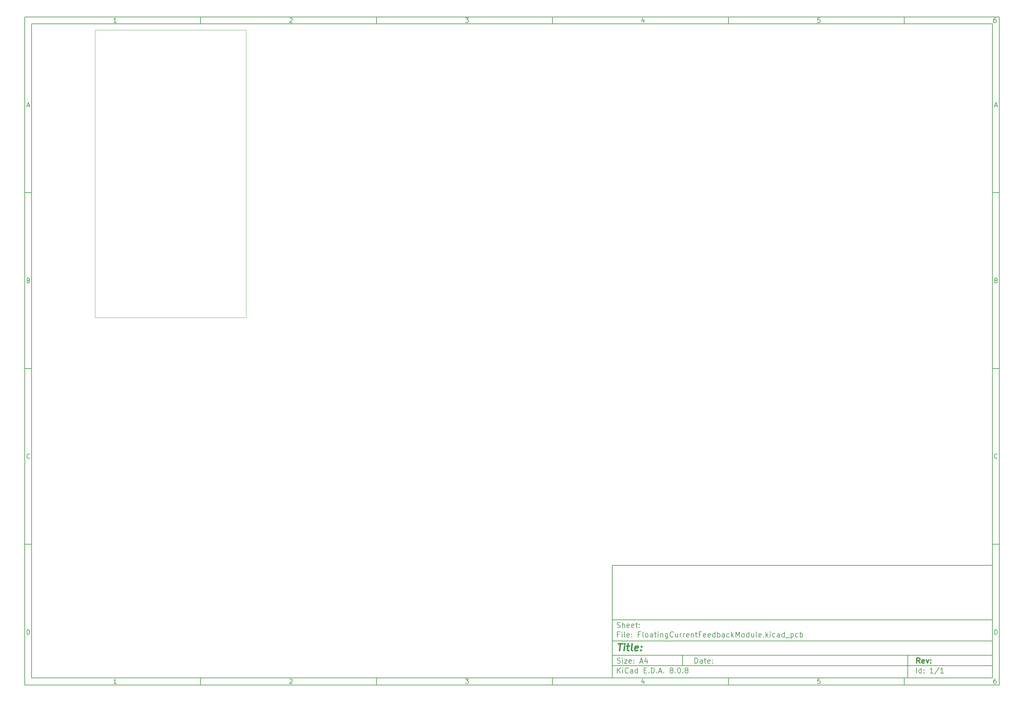
<source format=gbr>
%TF.GenerationSoftware,KiCad,Pcbnew,8.0.8*%
%TF.CreationDate,2025-05-01T12:34:51+01:00*%
%TF.ProjectId,FloatingCurrentFeedbackModule,466c6f61-7469-46e6-9743-757272656e74,rev?*%
%TF.SameCoordinates,Original*%
%TF.FileFunction,Profile,NP*%
%FSLAX46Y46*%
G04 Gerber Fmt 4.6, Leading zero omitted, Abs format (unit mm)*
G04 Created by KiCad (PCBNEW 8.0.8) date 2025-05-01 12:34:51*
%MOMM*%
%LPD*%
G01*
G04 APERTURE LIST*
%ADD10C,0.100000*%
%ADD11C,0.150000*%
%ADD12C,0.300000*%
%ADD13C,0.400000*%
%TA.AperFunction,Profile*%
%ADD14C,0.100000*%
%TD*%
G04 APERTURE END LIST*
D10*
D11*
X177002200Y-166007200D02*
X285002200Y-166007200D01*
X285002200Y-198007200D01*
X177002200Y-198007200D01*
X177002200Y-166007200D01*
D10*
D11*
X10000000Y-10000000D02*
X287002200Y-10000000D01*
X287002200Y-200007200D01*
X10000000Y-200007200D01*
X10000000Y-10000000D01*
D10*
D11*
X12000000Y-12000000D02*
X285002200Y-12000000D01*
X285002200Y-198007200D01*
X12000000Y-198007200D01*
X12000000Y-12000000D01*
D10*
D11*
X60000000Y-12000000D02*
X60000000Y-10000000D01*
D10*
D11*
X110000000Y-12000000D02*
X110000000Y-10000000D01*
D10*
D11*
X160000000Y-12000000D02*
X160000000Y-10000000D01*
D10*
D11*
X210000000Y-12000000D02*
X210000000Y-10000000D01*
D10*
D11*
X260000000Y-12000000D02*
X260000000Y-10000000D01*
D10*
D11*
X36089160Y-11593604D02*
X35346303Y-11593604D01*
X35717731Y-11593604D02*
X35717731Y-10293604D01*
X35717731Y-10293604D02*
X35593922Y-10479319D01*
X35593922Y-10479319D02*
X35470112Y-10603128D01*
X35470112Y-10603128D02*
X35346303Y-10665033D01*
D10*
D11*
X85346303Y-10417414D02*
X85408207Y-10355509D01*
X85408207Y-10355509D02*
X85532017Y-10293604D01*
X85532017Y-10293604D02*
X85841541Y-10293604D01*
X85841541Y-10293604D02*
X85965350Y-10355509D01*
X85965350Y-10355509D02*
X86027255Y-10417414D01*
X86027255Y-10417414D02*
X86089160Y-10541223D01*
X86089160Y-10541223D02*
X86089160Y-10665033D01*
X86089160Y-10665033D02*
X86027255Y-10850747D01*
X86027255Y-10850747D02*
X85284398Y-11593604D01*
X85284398Y-11593604D02*
X86089160Y-11593604D01*
D10*
D11*
X135284398Y-10293604D02*
X136089160Y-10293604D01*
X136089160Y-10293604D02*
X135655826Y-10788842D01*
X135655826Y-10788842D02*
X135841541Y-10788842D01*
X135841541Y-10788842D02*
X135965350Y-10850747D01*
X135965350Y-10850747D02*
X136027255Y-10912652D01*
X136027255Y-10912652D02*
X136089160Y-11036461D01*
X136089160Y-11036461D02*
X136089160Y-11345985D01*
X136089160Y-11345985D02*
X136027255Y-11469795D01*
X136027255Y-11469795D02*
X135965350Y-11531700D01*
X135965350Y-11531700D02*
X135841541Y-11593604D01*
X135841541Y-11593604D02*
X135470112Y-11593604D01*
X135470112Y-11593604D02*
X135346303Y-11531700D01*
X135346303Y-11531700D02*
X135284398Y-11469795D01*
D10*
D11*
X185965350Y-10726938D02*
X185965350Y-11593604D01*
X185655826Y-10231700D02*
X185346303Y-11160271D01*
X185346303Y-11160271D02*
X186151064Y-11160271D01*
D10*
D11*
X236027255Y-10293604D02*
X235408207Y-10293604D01*
X235408207Y-10293604D02*
X235346303Y-10912652D01*
X235346303Y-10912652D02*
X235408207Y-10850747D01*
X235408207Y-10850747D02*
X235532017Y-10788842D01*
X235532017Y-10788842D02*
X235841541Y-10788842D01*
X235841541Y-10788842D02*
X235965350Y-10850747D01*
X235965350Y-10850747D02*
X236027255Y-10912652D01*
X236027255Y-10912652D02*
X236089160Y-11036461D01*
X236089160Y-11036461D02*
X236089160Y-11345985D01*
X236089160Y-11345985D02*
X236027255Y-11469795D01*
X236027255Y-11469795D02*
X235965350Y-11531700D01*
X235965350Y-11531700D02*
X235841541Y-11593604D01*
X235841541Y-11593604D02*
X235532017Y-11593604D01*
X235532017Y-11593604D02*
X235408207Y-11531700D01*
X235408207Y-11531700D02*
X235346303Y-11469795D01*
D10*
D11*
X285965350Y-10293604D02*
X285717731Y-10293604D01*
X285717731Y-10293604D02*
X285593922Y-10355509D01*
X285593922Y-10355509D02*
X285532017Y-10417414D01*
X285532017Y-10417414D02*
X285408207Y-10603128D01*
X285408207Y-10603128D02*
X285346303Y-10850747D01*
X285346303Y-10850747D02*
X285346303Y-11345985D01*
X285346303Y-11345985D02*
X285408207Y-11469795D01*
X285408207Y-11469795D02*
X285470112Y-11531700D01*
X285470112Y-11531700D02*
X285593922Y-11593604D01*
X285593922Y-11593604D02*
X285841541Y-11593604D01*
X285841541Y-11593604D02*
X285965350Y-11531700D01*
X285965350Y-11531700D02*
X286027255Y-11469795D01*
X286027255Y-11469795D02*
X286089160Y-11345985D01*
X286089160Y-11345985D02*
X286089160Y-11036461D01*
X286089160Y-11036461D02*
X286027255Y-10912652D01*
X286027255Y-10912652D02*
X285965350Y-10850747D01*
X285965350Y-10850747D02*
X285841541Y-10788842D01*
X285841541Y-10788842D02*
X285593922Y-10788842D01*
X285593922Y-10788842D02*
X285470112Y-10850747D01*
X285470112Y-10850747D02*
X285408207Y-10912652D01*
X285408207Y-10912652D02*
X285346303Y-11036461D01*
D10*
D11*
X60000000Y-198007200D02*
X60000000Y-200007200D01*
D10*
D11*
X110000000Y-198007200D02*
X110000000Y-200007200D01*
D10*
D11*
X160000000Y-198007200D02*
X160000000Y-200007200D01*
D10*
D11*
X210000000Y-198007200D02*
X210000000Y-200007200D01*
D10*
D11*
X260000000Y-198007200D02*
X260000000Y-200007200D01*
D10*
D11*
X36089160Y-199600804D02*
X35346303Y-199600804D01*
X35717731Y-199600804D02*
X35717731Y-198300804D01*
X35717731Y-198300804D02*
X35593922Y-198486519D01*
X35593922Y-198486519D02*
X35470112Y-198610328D01*
X35470112Y-198610328D02*
X35346303Y-198672233D01*
D10*
D11*
X85346303Y-198424614D02*
X85408207Y-198362709D01*
X85408207Y-198362709D02*
X85532017Y-198300804D01*
X85532017Y-198300804D02*
X85841541Y-198300804D01*
X85841541Y-198300804D02*
X85965350Y-198362709D01*
X85965350Y-198362709D02*
X86027255Y-198424614D01*
X86027255Y-198424614D02*
X86089160Y-198548423D01*
X86089160Y-198548423D02*
X86089160Y-198672233D01*
X86089160Y-198672233D02*
X86027255Y-198857947D01*
X86027255Y-198857947D02*
X85284398Y-199600804D01*
X85284398Y-199600804D02*
X86089160Y-199600804D01*
D10*
D11*
X135284398Y-198300804D02*
X136089160Y-198300804D01*
X136089160Y-198300804D02*
X135655826Y-198796042D01*
X135655826Y-198796042D02*
X135841541Y-198796042D01*
X135841541Y-198796042D02*
X135965350Y-198857947D01*
X135965350Y-198857947D02*
X136027255Y-198919852D01*
X136027255Y-198919852D02*
X136089160Y-199043661D01*
X136089160Y-199043661D02*
X136089160Y-199353185D01*
X136089160Y-199353185D02*
X136027255Y-199476995D01*
X136027255Y-199476995D02*
X135965350Y-199538900D01*
X135965350Y-199538900D02*
X135841541Y-199600804D01*
X135841541Y-199600804D02*
X135470112Y-199600804D01*
X135470112Y-199600804D02*
X135346303Y-199538900D01*
X135346303Y-199538900D02*
X135284398Y-199476995D01*
D10*
D11*
X185965350Y-198734138D02*
X185965350Y-199600804D01*
X185655826Y-198238900D02*
X185346303Y-199167471D01*
X185346303Y-199167471D02*
X186151064Y-199167471D01*
D10*
D11*
X236027255Y-198300804D02*
X235408207Y-198300804D01*
X235408207Y-198300804D02*
X235346303Y-198919852D01*
X235346303Y-198919852D02*
X235408207Y-198857947D01*
X235408207Y-198857947D02*
X235532017Y-198796042D01*
X235532017Y-198796042D02*
X235841541Y-198796042D01*
X235841541Y-198796042D02*
X235965350Y-198857947D01*
X235965350Y-198857947D02*
X236027255Y-198919852D01*
X236027255Y-198919852D02*
X236089160Y-199043661D01*
X236089160Y-199043661D02*
X236089160Y-199353185D01*
X236089160Y-199353185D02*
X236027255Y-199476995D01*
X236027255Y-199476995D02*
X235965350Y-199538900D01*
X235965350Y-199538900D02*
X235841541Y-199600804D01*
X235841541Y-199600804D02*
X235532017Y-199600804D01*
X235532017Y-199600804D02*
X235408207Y-199538900D01*
X235408207Y-199538900D02*
X235346303Y-199476995D01*
D10*
D11*
X285965350Y-198300804D02*
X285717731Y-198300804D01*
X285717731Y-198300804D02*
X285593922Y-198362709D01*
X285593922Y-198362709D02*
X285532017Y-198424614D01*
X285532017Y-198424614D02*
X285408207Y-198610328D01*
X285408207Y-198610328D02*
X285346303Y-198857947D01*
X285346303Y-198857947D02*
X285346303Y-199353185D01*
X285346303Y-199353185D02*
X285408207Y-199476995D01*
X285408207Y-199476995D02*
X285470112Y-199538900D01*
X285470112Y-199538900D02*
X285593922Y-199600804D01*
X285593922Y-199600804D02*
X285841541Y-199600804D01*
X285841541Y-199600804D02*
X285965350Y-199538900D01*
X285965350Y-199538900D02*
X286027255Y-199476995D01*
X286027255Y-199476995D02*
X286089160Y-199353185D01*
X286089160Y-199353185D02*
X286089160Y-199043661D01*
X286089160Y-199043661D02*
X286027255Y-198919852D01*
X286027255Y-198919852D02*
X285965350Y-198857947D01*
X285965350Y-198857947D02*
X285841541Y-198796042D01*
X285841541Y-198796042D02*
X285593922Y-198796042D01*
X285593922Y-198796042D02*
X285470112Y-198857947D01*
X285470112Y-198857947D02*
X285408207Y-198919852D01*
X285408207Y-198919852D02*
X285346303Y-199043661D01*
D10*
D11*
X10000000Y-60000000D02*
X12000000Y-60000000D01*
D10*
D11*
X10000000Y-110000000D02*
X12000000Y-110000000D01*
D10*
D11*
X10000000Y-160000000D02*
X12000000Y-160000000D01*
D10*
D11*
X10690476Y-35222176D02*
X11309523Y-35222176D01*
X10566666Y-35593604D02*
X10999999Y-34293604D01*
X10999999Y-34293604D02*
X11433333Y-35593604D01*
D10*
D11*
X11092857Y-84912652D02*
X11278571Y-84974557D01*
X11278571Y-84974557D02*
X11340476Y-85036461D01*
X11340476Y-85036461D02*
X11402380Y-85160271D01*
X11402380Y-85160271D02*
X11402380Y-85345985D01*
X11402380Y-85345985D02*
X11340476Y-85469795D01*
X11340476Y-85469795D02*
X11278571Y-85531700D01*
X11278571Y-85531700D02*
X11154761Y-85593604D01*
X11154761Y-85593604D02*
X10659523Y-85593604D01*
X10659523Y-85593604D02*
X10659523Y-84293604D01*
X10659523Y-84293604D02*
X11092857Y-84293604D01*
X11092857Y-84293604D02*
X11216666Y-84355509D01*
X11216666Y-84355509D02*
X11278571Y-84417414D01*
X11278571Y-84417414D02*
X11340476Y-84541223D01*
X11340476Y-84541223D02*
X11340476Y-84665033D01*
X11340476Y-84665033D02*
X11278571Y-84788842D01*
X11278571Y-84788842D02*
X11216666Y-84850747D01*
X11216666Y-84850747D02*
X11092857Y-84912652D01*
X11092857Y-84912652D02*
X10659523Y-84912652D01*
D10*
D11*
X11402380Y-135469795D02*
X11340476Y-135531700D01*
X11340476Y-135531700D02*
X11154761Y-135593604D01*
X11154761Y-135593604D02*
X11030952Y-135593604D01*
X11030952Y-135593604D02*
X10845238Y-135531700D01*
X10845238Y-135531700D02*
X10721428Y-135407890D01*
X10721428Y-135407890D02*
X10659523Y-135284080D01*
X10659523Y-135284080D02*
X10597619Y-135036461D01*
X10597619Y-135036461D02*
X10597619Y-134850747D01*
X10597619Y-134850747D02*
X10659523Y-134603128D01*
X10659523Y-134603128D02*
X10721428Y-134479319D01*
X10721428Y-134479319D02*
X10845238Y-134355509D01*
X10845238Y-134355509D02*
X11030952Y-134293604D01*
X11030952Y-134293604D02*
X11154761Y-134293604D01*
X11154761Y-134293604D02*
X11340476Y-134355509D01*
X11340476Y-134355509D02*
X11402380Y-134417414D01*
D10*
D11*
X10659523Y-185593604D02*
X10659523Y-184293604D01*
X10659523Y-184293604D02*
X10969047Y-184293604D01*
X10969047Y-184293604D02*
X11154761Y-184355509D01*
X11154761Y-184355509D02*
X11278571Y-184479319D01*
X11278571Y-184479319D02*
X11340476Y-184603128D01*
X11340476Y-184603128D02*
X11402380Y-184850747D01*
X11402380Y-184850747D02*
X11402380Y-185036461D01*
X11402380Y-185036461D02*
X11340476Y-185284080D01*
X11340476Y-185284080D02*
X11278571Y-185407890D01*
X11278571Y-185407890D02*
X11154761Y-185531700D01*
X11154761Y-185531700D02*
X10969047Y-185593604D01*
X10969047Y-185593604D02*
X10659523Y-185593604D01*
D10*
D11*
X287002200Y-60000000D02*
X285002200Y-60000000D01*
D10*
D11*
X287002200Y-110000000D02*
X285002200Y-110000000D01*
D10*
D11*
X287002200Y-160000000D02*
X285002200Y-160000000D01*
D10*
D11*
X285692676Y-35222176D02*
X286311723Y-35222176D01*
X285568866Y-35593604D02*
X286002199Y-34293604D01*
X286002199Y-34293604D02*
X286435533Y-35593604D01*
D10*
D11*
X286095057Y-84912652D02*
X286280771Y-84974557D01*
X286280771Y-84974557D02*
X286342676Y-85036461D01*
X286342676Y-85036461D02*
X286404580Y-85160271D01*
X286404580Y-85160271D02*
X286404580Y-85345985D01*
X286404580Y-85345985D02*
X286342676Y-85469795D01*
X286342676Y-85469795D02*
X286280771Y-85531700D01*
X286280771Y-85531700D02*
X286156961Y-85593604D01*
X286156961Y-85593604D02*
X285661723Y-85593604D01*
X285661723Y-85593604D02*
X285661723Y-84293604D01*
X285661723Y-84293604D02*
X286095057Y-84293604D01*
X286095057Y-84293604D02*
X286218866Y-84355509D01*
X286218866Y-84355509D02*
X286280771Y-84417414D01*
X286280771Y-84417414D02*
X286342676Y-84541223D01*
X286342676Y-84541223D02*
X286342676Y-84665033D01*
X286342676Y-84665033D02*
X286280771Y-84788842D01*
X286280771Y-84788842D02*
X286218866Y-84850747D01*
X286218866Y-84850747D02*
X286095057Y-84912652D01*
X286095057Y-84912652D02*
X285661723Y-84912652D01*
D10*
D11*
X286404580Y-135469795D02*
X286342676Y-135531700D01*
X286342676Y-135531700D02*
X286156961Y-135593604D01*
X286156961Y-135593604D02*
X286033152Y-135593604D01*
X286033152Y-135593604D02*
X285847438Y-135531700D01*
X285847438Y-135531700D02*
X285723628Y-135407890D01*
X285723628Y-135407890D02*
X285661723Y-135284080D01*
X285661723Y-135284080D02*
X285599819Y-135036461D01*
X285599819Y-135036461D02*
X285599819Y-134850747D01*
X285599819Y-134850747D02*
X285661723Y-134603128D01*
X285661723Y-134603128D02*
X285723628Y-134479319D01*
X285723628Y-134479319D02*
X285847438Y-134355509D01*
X285847438Y-134355509D02*
X286033152Y-134293604D01*
X286033152Y-134293604D02*
X286156961Y-134293604D01*
X286156961Y-134293604D02*
X286342676Y-134355509D01*
X286342676Y-134355509D02*
X286404580Y-134417414D01*
D10*
D11*
X285661723Y-185593604D02*
X285661723Y-184293604D01*
X285661723Y-184293604D02*
X285971247Y-184293604D01*
X285971247Y-184293604D02*
X286156961Y-184355509D01*
X286156961Y-184355509D02*
X286280771Y-184479319D01*
X286280771Y-184479319D02*
X286342676Y-184603128D01*
X286342676Y-184603128D02*
X286404580Y-184850747D01*
X286404580Y-184850747D02*
X286404580Y-185036461D01*
X286404580Y-185036461D02*
X286342676Y-185284080D01*
X286342676Y-185284080D02*
X286280771Y-185407890D01*
X286280771Y-185407890D02*
X286156961Y-185531700D01*
X286156961Y-185531700D02*
X285971247Y-185593604D01*
X285971247Y-185593604D02*
X285661723Y-185593604D01*
D10*
D11*
X200458026Y-193793328D02*
X200458026Y-192293328D01*
X200458026Y-192293328D02*
X200815169Y-192293328D01*
X200815169Y-192293328D02*
X201029455Y-192364757D01*
X201029455Y-192364757D02*
X201172312Y-192507614D01*
X201172312Y-192507614D02*
X201243741Y-192650471D01*
X201243741Y-192650471D02*
X201315169Y-192936185D01*
X201315169Y-192936185D02*
X201315169Y-193150471D01*
X201315169Y-193150471D02*
X201243741Y-193436185D01*
X201243741Y-193436185D02*
X201172312Y-193579042D01*
X201172312Y-193579042D02*
X201029455Y-193721900D01*
X201029455Y-193721900D02*
X200815169Y-193793328D01*
X200815169Y-193793328D02*
X200458026Y-193793328D01*
X202600884Y-193793328D02*
X202600884Y-193007614D01*
X202600884Y-193007614D02*
X202529455Y-192864757D01*
X202529455Y-192864757D02*
X202386598Y-192793328D01*
X202386598Y-192793328D02*
X202100884Y-192793328D01*
X202100884Y-192793328D02*
X201958026Y-192864757D01*
X202600884Y-193721900D02*
X202458026Y-193793328D01*
X202458026Y-193793328D02*
X202100884Y-193793328D01*
X202100884Y-193793328D02*
X201958026Y-193721900D01*
X201958026Y-193721900D02*
X201886598Y-193579042D01*
X201886598Y-193579042D02*
X201886598Y-193436185D01*
X201886598Y-193436185D02*
X201958026Y-193293328D01*
X201958026Y-193293328D02*
X202100884Y-193221900D01*
X202100884Y-193221900D02*
X202458026Y-193221900D01*
X202458026Y-193221900D02*
X202600884Y-193150471D01*
X203100884Y-192793328D02*
X203672312Y-192793328D01*
X203315169Y-192293328D02*
X203315169Y-193579042D01*
X203315169Y-193579042D02*
X203386598Y-193721900D01*
X203386598Y-193721900D02*
X203529455Y-193793328D01*
X203529455Y-193793328D02*
X203672312Y-193793328D01*
X204743741Y-193721900D02*
X204600884Y-193793328D01*
X204600884Y-193793328D02*
X204315170Y-193793328D01*
X204315170Y-193793328D02*
X204172312Y-193721900D01*
X204172312Y-193721900D02*
X204100884Y-193579042D01*
X204100884Y-193579042D02*
X204100884Y-193007614D01*
X204100884Y-193007614D02*
X204172312Y-192864757D01*
X204172312Y-192864757D02*
X204315170Y-192793328D01*
X204315170Y-192793328D02*
X204600884Y-192793328D01*
X204600884Y-192793328D02*
X204743741Y-192864757D01*
X204743741Y-192864757D02*
X204815170Y-193007614D01*
X204815170Y-193007614D02*
X204815170Y-193150471D01*
X204815170Y-193150471D02*
X204100884Y-193293328D01*
X205458026Y-193650471D02*
X205529455Y-193721900D01*
X205529455Y-193721900D02*
X205458026Y-193793328D01*
X205458026Y-193793328D02*
X205386598Y-193721900D01*
X205386598Y-193721900D02*
X205458026Y-193650471D01*
X205458026Y-193650471D02*
X205458026Y-193793328D01*
X205458026Y-192864757D02*
X205529455Y-192936185D01*
X205529455Y-192936185D02*
X205458026Y-193007614D01*
X205458026Y-193007614D02*
X205386598Y-192936185D01*
X205386598Y-192936185D02*
X205458026Y-192864757D01*
X205458026Y-192864757D02*
X205458026Y-193007614D01*
D10*
D11*
X177002200Y-194507200D02*
X285002200Y-194507200D01*
D10*
D11*
X178458026Y-196593328D02*
X178458026Y-195093328D01*
X179315169Y-196593328D02*
X178672312Y-195736185D01*
X179315169Y-195093328D02*
X178458026Y-195950471D01*
X179958026Y-196593328D02*
X179958026Y-195593328D01*
X179958026Y-195093328D02*
X179886598Y-195164757D01*
X179886598Y-195164757D02*
X179958026Y-195236185D01*
X179958026Y-195236185D02*
X180029455Y-195164757D01*
X180029455Y-195164757D02*
X179958026Y-195093328D01*
X179958026Y-195093328D02*
X179958026Y-195236185D01*
X181529455Y-196450471D02*
X181458027Y-196521900D01*
X181458027Y-196521900D02*
X181243741Y-196593328D01*
X181243741Y-196593328D02*
X181100884Y-196593328D01*
X181100884Y-196593328D02*
X180886598Y-196521900D01*
X180886598Y-196521900D02*
X180743741Y-196379042D01*
X180743741Y-196379042D02*
X180672312Y-196236185D01*
X180672312Y-196236185D02*
X180600884Y-195950471D01*
X180600884Y-195950471D02*
X180600884Y-195736185D01*
X180600884Y-195736185D02*
X180672312Y-195450471D01*
X180672312Y-195450471D02*
X180743741Y-195307614D01*
X180743741Y-195307614D02*
X180886598Y-195164757D01*
X180886598Y-195164757D02*
X181100884Y-195093328D01*
X181100884Y-195093328D02*
X181243741Y-195093328D01*
X181243741Y-195093328D02*
X181458027Y-195164757D01*
X181458027Y-195164757D02*
X181529455Y-195236185D01*
X182815170Y-196593328D02*
X182815170Y-195807614D01*
X182815170Y-195807614D02*
X182743741Y-195664757D01*
X182743741Y-195664757D02*
X182600884Y-195593328D01*
X182600884Y-195593328D02*
X182315170Y-195593328D01*
X182315170Y-195593328D02*
X182172312Y-195664757D01*
X182815170Y-196521900D02*
X182672312Y-196593328D01*
X182672312Y-196593328D02*
X182315170Y-196593328D01*
X182315170Y-196593328D02*
X182172312Y-196521900D01*
X182172312Y-196521900D02*
X182100884Y-196379042D01*
X182100884Y-196379042D02*
X182100884Y-196236185D01*
X182100884Y-196236185D02*
X182172312Y-196093328D01*
X182172312Y-196093328D02*
X182315170Y-196021900D01*
X182315170Y-196021900D02*
X182672312Y-196021900D01*
X182672312Y-196021900D02*
X182815170Y-195950471D01*
X184172313Y-196593328D02*
X184172313Y-195093328D01*
X184172313Y-196521900D02*
X184029455Y-196593328D01*
X184029455Y-196593328D02*
X183743741Y-196593328D01*
X183743741Y-196593328D02*
X183600884Y-196521900D01*
X183600884Y-196521900D02*
X183529455Y-196450471D01*
X183529455Y-196450471D02*
X183458027Y-196307614D01*
X183458027Y-196307614D02*
X183458027Y-195879042D01*
X183458027Y-195879042D02*
X183529455Y-195736185D01*
X183529455Y-195736185D02*
X183600884Y-195664757D01*
X183600884Y-195664757D02*
X183743741Y-195593328D01*
X183743741Y-195593328D02*
X184029455Y-195593328D01*
X184029455Y-195593328D02*
X184172313Y-195664757D01*
X186029455Y-195807614D02*
X186529455Y-195807614D01*
X186743741Y-196593328D02*
X186029455Y-196593328D01*
X186029455Y-196593328D02*
X186029455Y-195093328D01*
X186029455Y-195093328D02*
X186743741Y-195093328D01*
X187386598Y-196450471D02*
X187458027Y-196521900D01*
X187458027Y-196521900D02*
X187386598Y-196593328D01*
X187386598Y-196593328D02*
X187315170Y-196521900D01*
X187315170Y-196521900D02*
X187386598Y-196450471D01*
X187386598Y-196450471D02*
X187386598Y-196593328D01*
X188100884Y-196593328D02*
X188100884Y-195093328D01*
X188100884Y-195093328D02*
X188458027Y-195093328D01*
X188458027Y-195093328D02*
X188672313Y-195164757D01*
X188672313Y-195164757D02*
X188815170Y-195307614D01*
X188815170Y-195307614D02*
X188886599Y-195450471D01*
X188886599Y-195450471D02*
X188958027Y-195736185D01*
X188958027Y-195736185D02*
X188958027Y-195950471D01*
X188958027Y-195950471D02*
X188886599Y-196236185D01*
X188886599Y-196236185D02*
X188815170Y-196379042D01*
X188815170Y-196379042D02*
X188672313Y-196521900D01*
X188672313Y-196521900D02*
X188458027Y-196593328D01*
X188458027Y-196593328D02*
X188100884Y-196593328D01*
X189600884Y-196450471D02*
X189672313Y-196521900D01*
X189672313Y-196521900D02*
X189600884Y-196593328D01*
X189600884Y-196593328D02*
X189529456Y-196521900D01*
X189529456Y-196521900D02*
X189600884Y-196450471D01*
X189600884Y-196450471D02*
X189600884Y-196593328D01*
X190243742Y-196164757D02*
X190958028Y-196164757D01*
X190100885Y-196593328D02*
X190600885Y-195093328D01*
X190600885Y-195093328D02*
X191100885Y-196593328D01*
X191600884Y-196450471D02*
X191672313Y-196521900D01*
X191672313Y-196521900D02*
X191600884Y-196593328D01*
X191600884Y-196593328D02*
X191529456Y-196521900D01*
X191529456Y-196521900D02*
X191600884Y-196450471D01*
X191600884Y-196450471D02*
X191600884Y-196593328D01*
X193672313Y-195736185D02*
X193529456Y-195664757D01*
X193529456Y-195664757D02*
X193458027Y-195593328D01*
X193458027Y-195593328D02*
X193386599Y-195450471D01*
X193386599Y-195450471D02*
X193386599Y-195379042D01*
X193386599Y-195379042D02*
X193458027Y-195236185D01*
X193458027Y-195236185D02*
X193529456Y-195164757D01*
X193529456Y-195164757D02*
X193672313Y-195093328D01*
X193672313Y-195093328D02*
X193958027Y-195093328D01*
X193958027Y-195093328D02*
X194100885Y-195164757D01*
X194100885Y-195164757D02*
X194172313Y-195236185D01*
X194172313Y-195236185D02*
X194243742Y-195379042D01*
X194243742Y-195379042D02*
X194243742Y-195450471D01*
X194243742Y-195450471D02*
X194172313Y-195593328D01*
X194172313Y-195593328D02*
X194100885Y-195664757D01*
X194100885Y-195664757D02*
X193958027Y-195736185D01*
X193958027Y-195736185D02*
X193672313Y-195736185D01*
X193672313Y-195736185D02*
X193529456Y-195807614D01*
X193529456Y-195807614D02*
X193458027Y-195879042D01*
X193458027Y-195879042D02*
X193386599Y-196021900D01*
X193386599Y-196021900D02*
X193386599Y-196307614D01*
X193386599Y-196307614D02*
X193458027Y-196450471D01*
X193458027Y-196450471D02*
X193529456Y-196521900D01*
X193529456Y-196521900D02*
X193672313Y-196593328D01*
X193672313Y-196593328D02*
X193958027Y-196593328D01*
X193958027Y-196593328D02*
X194100885Y-196521900D01*
X194100885Y-196521900D02*
X194172313Y-196450471D01*
X194172313Y-196450471D02*
X194243742Y-196307614D01*
X194243742Y-196307614D02*
X194243742Y-196021900D01*
X194243742Y-196021900D02*
X194172313Y-195879042D01*
X194172313Y-195879042D02*
X194100885Y-195807614D01*
X194100885Y-195807614D02*
X193958027Y-195736185D01*
X194886598Y-196450471D02*
X194958027Y-196521900D01*
X194958027Y-196521900D02*
X194886598Y-196593328D01*
X194886598Y-196593328D02*
X194815170Y-196521900D01*
X194815170Y-196521900D02*
X194886598Y-196450471D01*
X194886598Y-196450471D02*
X194886598Y-196593328D01*
X195886599Y-195093328D02*
X196029456Y-195093328D01*
X196029456Y-195093328D02*
X196172313Y-195164757D01*
X196172313Y-195164757D02*
X196243742Y-195236185D01*
X196243742Y-195236185D02*
X196315170Y-195379042D01*
X196315170Y-195379042D02*
X196386599Y-195664757D01*
X196386599Y-195664757D02*
X196386599Y-196021900D01*
X196386599Y-196021900D02*
X196315170Y-196307614D01*
X196315170Y-196307614D02*
X196243742Y-196450471D01*
X196243742Y-196450471D02*
X196172313Y-196521900D01*
X196172313Y-196521900D02*
X196029456Y-196593328D01*
X196029456Y-196593328D02*
X195886599Y-196593328D01*
X195886599Y-196593328D02*
X195743742Y-196521900D01*
X195743742Y-196521900D02*
X195672313Y-196450471D01*
X195672313Y-196450471D02*
X195600884Y-196307614D01*
X195600884Y-196307614D02*
X195529456Y-196021900D01*
X195529456Y-196021900D02*
X195529456Y-195664757D01*
X195529456Y-195664757D02*
X195600884Y-195379042D01*
X195600884Y-195379042D02*
X195672313Y-195236185D01*
X195672313Y-195236185D02*
X195743742Y-195164757D01*
X195743742Y-195164757D02*
X195886599Y-195093328D01*
X197029455Y-196450471D02*
X197100884Y-196521900D01*
X197100884Y-196521900D02*
X197029455Y-196593328D01*
X197029455Y-196593328D02*
X196958027Y-196521900D01*
X196958027Y-196521900D02*
X197029455Y-196450471D01*
X197029455Y-196450471D02*
X197029455Y-196593328D01*
X197958027Y-195736185D02*
X197815170Y-195664757D01*
X197815170Y-195664757D02*
X197743741Y-195593328D01*
X197743741Y-195593328D02*
X197672313Y-195450471D01*
X197672313Y-195450471D02*
X197672313Y-195379042D01*
X197672313Y-195379042D02*
X197743741Y-195236185D01*
X197743741Y-195236185D02*
X197815170Y-195164757D01*
X197815170Y-195164757D02*
X197958027Y-195093328D01*
X197958027Y-195093328D02*
X198243741Y-195093328D01*
X198243741Y-195093328D02*
X198386599Y-195164757D01*
X198386599Y-195164757D02*
X198458027Y-195236185D01*
X198458027Y-195236185D02*
X198529456Y-195379042D01*
X198529456Y-195379042D02*
X198529456Y-195450471D01*
X198529456Y-195450471D02*
X198458027Y-195593328D01*
X198458027Y-195593328D02*
X198386599Y-195664757D01*
X198386599Y-195664757D02*
X198243741Y-195736185D01*
X198243741Y-195736185D02*
X197958027Y-195736185D01*
X197958027Y-195736185D02*
X197815170Y-195807614D01*
X197815170Y-195807614D02*
X197743741Y-195879042D01*
X197743741Y-195879042D02*
X197672313Y-196021900D01*
X197672313Y-196021900D02*
X197672313Y-196307614D01*
X197672313Y-196307614D02*
X197743741Y-196450471D01*
X197743741Y-196450471D02*
X197815170Y-196521900D01*
X197815170Y-196521900D02*
X197958027Y-196593328D01*
X197958027Y-196593328D02*
X198243741Y-196593328D01*
X198243741Y-196593328D02*
X198386599Y-196521900D01*
X198386599Y-196521900D02*
X198458027Y-196450471D01*
X198458027Y-196450471D02*
X198529456Y-196307614D01*
X198529456Y-196307614D02*
X198529456Y-196021900D01*
X198529456Y-196021900D02*
X198458027Y-195879042D01*
X198458027Y-195879042D02*
X198386599Y-195807614D01*
X198386599Y-195807614D02*
X198243741Y-195736185D01*
D10*
D11*
X177002200Y-191507200D02*
X285002200Y-191507200D01*
D10*
D12*
X264413853Y-193785528D02*
X263913853Y-193071242D01*
X263556710Y-193785528D02*
X263556710Y-192285528D01*
X263556710Y-192285528D02*
X264128139Y-192285528D01*
X264128139Y-192285528D02*
X264270996Y-192356957D01*
X264270996Y-192356957D02*
X264342425Y-192428385D01*
X264342425Y-192428385D02*
X264413853Y-192571242D01*
X264413853Y-192571242D02*
X264413853Y-192785528D01*
X264413853Y-192785528D02*
X264342425Y-192928385D01*
X264342425Y-192928385D02*
X264270996Y-192999814D01*
X264270996Y-192999814D02*
X264128139Y-193071242D01*
X264128139Y-193071242D02*
X263556710Y-193071242D01*
X265628139Y-193714100D02*
X265485282Y-193785528D01*
X265485282Y-193785528D02*
X265199568Y-193785528D01*
X265199568Y-193785528D02*
X265056710Y-193714100D01*
X265056710Y-193714100D02*
X264985282Y-193571242D01*
X264985282Y-193571242D02*
X264985282Y-192999814D01*
X264985282Y-192999814D02*
X265056710Y-192856957D01*
X265056710Y-192856957D02*
X265199568Y-192785528D01*
X265199568Y-192785528D02*
X265485282Y-192785528D01*
X265485282Y-192785528D02*
X265628139Y-192856957D01*
X265628139Y-192856957D02*
X265699568Y-192999814D01*
X265699568Y-192999814D02*
X265699568Y-193142671D01*
X265699568Y-193142671D02*
X264985282Y-193285528D01*
X266199567Y-192785528D02*
X266556710Y-193785528D01*
X266556710Y-193785528D02*
X266913853Y-192785528D01*
X267485281Y-193642671D02*
X267556710Y-193714100D01*
X267556710Y-193714100D02*
X267485281Y-193785528D01*
X267485281Y-193785528D02*
X267413853Y-193714100D01*
X267413853Y-193714100D02*
X267485281Y-193642671D01*
X267485281Y-193642671D02*
X267485281Y-193785528D01*
X267485281Y-192856957D02*
X267556710Y-192928385D01*
X267556710Y-192928385D02*
X267485281Y-192999814D01*
X267485281Y-192999814D02*
X267413853Y-192928385D01*
X267413853Y-192928385D02*
X267485281Y-192856957D01*
X267485281Y-192856957D02*
X267485281Y-192999814D01*
D10*
D11*
X178386598Y-193721900D02*
X178600884Y-193793328D01*
X178600884Y-193793328D02*
X178958026Y-193793328D01*
X178958026Y-193793328D02*
X179100884Y-193721900D01*
X179100884Y-193721900D02*
X179172312Y-193650471D01*
X179172312Y-193650471D02*
X179243741Y-193507614D01*
X179243741Y-193507614D02*
X179243741Y-193364757D01*
X179243741Y-193364757D02*
X179172312Y-193221900D01*
X179172312Y-193221900D02*
X179100884Y-193150471D01*
X179100884Y-193150471D02*
X178958026Y-193079042D01*
X178958026Y-193079042D02*
X178672312Y-193007614D01*
X178672312Y-193007614D02*
X178529455Y-192936185D01*
X178529455Y-192936185D02*
X178458026Y-192864757D01*
X178458026Y-192864757D02*
X178386598Y-192721900D01*
X178386598Y-192721900D02*
X178386598Y-192579042D01*
X178386598Y-192579042D02*
X178458026Y-192436185D01*
X178458026Y-192436185D02*
X178529455Y-192364757D01*
X178529455Y-192364757D02*
X178672312Y-192293328D01*
X178672312Y-192293328D02*
X179029455Y-192293328D01*
X179029455Y-192293328D02*
X179243741Y-192364757D01*
X179886597Y-193793328D02*
X179886597Y-192793328D01*
X179886597Y-192293328D02*
X179815169Y-192364757D01*
X179815169Y-192364757D02*
X179886597Y-192436185D01*
X179886597Y-192436185D02*
X179958026Y-192364757D01*
X179958026Y-192364757D02*
X179886597Y-192293328D01*
X179886597Y-192293328D02*
X179886597Y-192436185D01*
X180458026Y-192793328D02*
X181243741Y-192793328D01*
X181243741Y-192793328D02*
X180458026Y-193793328D01*
X180458026Y-193793328D02*
X181243741Y-193793328D01*
X182386598Y-193721900D02*
X182243741Y-193793328D01*
X182243741Y-193793328D02*
X181958027Y-193793328D01*
X181958027Y-193793328D02*
X181815169Y-193721900D01*
X181815169Y-193721900D02*
X181743741Y-193579042D01*
X181743741Y-193579042D02*
X181743741Y-193007614D01*
X181743741Y-193007614D02*
X181815169Y-192864757D01*
X181815169Y-192864757D02*
X181958027Y-192793328D01*
X181958027Y-192793328D02*
X182243741Y-192793328D01*
X182243741Y-192793328D02*
X182386598Y-192864757D01*
X182386598Y-192864757D02*
X182458027Y-193007614D01*
X182458027Y-193007614D02*
X182458027Y-193150471D01*
X182458027Y-193150471D02*
X181743741Y-193293328D01*
X183100883Y-193650471D02*
X183172312Y-193721900D01*
X183172312Y-193721900D02*
X183100883Y-193793328D01*
X183100883Y-193793328D02*
X183029455Y-193721900D01*
X183029455Y-193721900D02*
X183100883Y-193650471D01*
X183100883Y-193650471D02*
X183100883Y-193793328D01*
X183100883Y-192864757D02*
X183172312Y-192936185D01*
X183172312Y-192936185D02*
X183100883Y-193007614D01*
X183100883Y-193007614D02*
X183029455Y-192936185D01*
X183029455Y-192936185D02*
X183100883Y-192864757D01*
X183100883Y-192864757D02*
X183100883Y-193007614D01*
X184886598Y-193364757D02*
X185600884Y-193364757D01*
X184743741Y-193793328D02*
X185243741Y-192293328D01*
X185243741Y-192293328D02*
X185743741Y-193793328D01*
X186886598Y-192793328D02*
X186886598Y-193793328D01*
X186529455Y-192221900D02*
X186172312Y-193293328D01*
X186172312Y-193293328D02*
X187100883Y-193293328D01*
D10*
D11*
X263458026Y-196593328D02*
X263458026Y-195093328D01*
X264815170Y-196593328D02*
X264815170Y-195093328D01*
X264815170Y-196521900D02*
X264672312Y-196593328D01*
X264672312Y-196593328D02*
X264386598Y-196593328D01*
X264386598Y-196593328D02*
X264243741Y-196521900D01*
X264243741Y-196521900D02*
X264172312Y-196450471D01*
X264172312Y-196450471D02*
X264100884Y-196307614D01*
X264100884Y-196307614D02*
X264100884Y-195879042D01*
X264100884Y-195879042D02*
X264172312Y-195736185D01*
X264172312Y-195736185D02*
X264243741Y-195664757D01*
X264243741Y-195664757D02*
X264386598Y-195593328D01*
X264386598Y-195593328D02*
X264672312Y-195593328D01*
X264672312Y-195593328D02*
X264815170Y-195664757D01*
X265529455Y-196450471D02*
X265600884Y-196521900D01*
X265600884Y-196521900D02*
X265529455Y-196593328D01*
X265529455Y-196593328D02*
X265458027Y-196521900D01*
X265458027Y-196521900D02*
X265529455Y-196450471D01*
X265529455Y-196450471D02*
X265529455Y-196593328D01*
X265529455Y-195664757D02*
X265600884Y-195736185D01*
X265600884Y-195736185D02*
X265529455Y-195807614D01*
X265529455Y-195807614D02*
X265458027Y-195736185D01*
X265458027Y-195736185D02*
X265529455Y-195664757D01*
X265529455Y-195664757D02*
X265529455Y-195807614D01*
X268172313Y-196593328D02*
X267315170Y-196593328D01*
X267743741Y-196593328D02*
X267743741Y-195093328D01*
X267743741Y-195093328D02*
X267600884Y-195307614D01*
X267600884Y-195307614D02*
X267458027Y-195450471D01*
X267458027Y-195450471D02*
X267315170Y-195521900D01*
X269886598Y-195021900D02*
X268600884Y-196950471D01*
X271172313Y-196593328D02*
X270315170Y-196593328D01*
X270743741Y-196593328D02*
X270743741Y-195093328D01*
X270743741Y-195093328D02*
X270600884Y-195307614D01*
X270600884Y-195307614D02*
X270458027Y-195450471D01*
X270458027Y-195450471D02*
X270315170Y-195521900D01*
D10*
D11*
X177002200Y-187507200D02*
X285002200Y-187507200D01*
D10*
D13*
X178693928Y-188211638D02*
X179836785Y-188211638D01*
X179015357Y-190211638D02*
X179265357Y-188211638D01*
X180253452Y-190211638D02*
X180420119Y-188878304D01*
X180503452Y-188211638D02*
X180396309Y-188306876D01*
X180396309Y-188306876D02*
X180479643Y-188402114D01*
X180479643Y-188402114D02*
X180586786Y-188306876D01*
X180586786Y-188306876D02*
X180503452Y-188211638D01*
X180503452Y-188211638D02*
X180479643Y-188402114D01*
X181086786Y-188878304D02*
X181848690Y-188878304D01*
X181455833Y-188211638D02*
X181241548Y-189925923D01*
X181241548Y-189925923D02*
X181312976Y-190116400D01*
X181312976Y-190116400D02*
X181491548Y-190211638D01*
X181491548Y-190211638D02*
X181682024Y-190211638D01*
X182634405Y-190211638D02*
X182455833Y-190116400D01*
X182455833Y-190116400D02*
X182384405Y-189925923D01*
X182384405Y-189925923D02*
X182598690Y-188211638D01*
X184170119Y-190116400D02*
X183967738Y-190211638D01*
X183967738Y-190211638D02*
X183586785Y-190211638D01*
X183586785Y-190211638D02*
X183408214Y-190116400D01*
X183408214Y-190116400D02*
X183336785Y-189925923D01*
X183336785Y-189925923D02*
X183432024Y-189164019D01*
X183432024Y-189164019D02*
X183551071Y-188973542D01*
X183551071Y-188973542D02*
X183753452Y-188878304D01*
X183753452Y-188878304D02*
X184134404Y-188878304D01*
X184134404Y-188878304D02*
X184312976Y-188973542D01*
X184312976Y-188973542D02*
X184384404Y-189164019D01*
X184384404Y-189164019D02*
X184360595Y-189354495D01*
X184360595Y-189354495D02*
X183384404Y-189544971D01*
X185134405Y-190021161D02*
X185217738Y-190116400D01*
X185217738Y-190116400D02*
X185110595Y-190211638D01*
X185110595Y-190211638D02*
X185027262Y-190116400D01*
X185027262Y-190116400D02*
X185134405Y-190021161D01*
X185134405Y-190021161D02*
X185110595Y-190211638D01*
X185265357Y-188973542D02*
X185348690Y-189068780D01*
X185348690Y-189068780D02*
X185241548Y-189164019D01*
X185241548Y-189164019D02*
X185158214Y-189068780D01*
X185158214Y-189068780D02*
X185265357Y-188973542D01*
X185265357Y-188973542D02*
X185241548Y-189164019D01*
D10*
D11*
X178958026Y-185607614D02*
X178458026Y-185607614D01*
X178458026Y-186393328D02*
X178458026Y-184893328D01*
X178458026Y-184893328D02*
X179172312Y-184893328D01*
X179743740Y-186393328D02*
X179743740Y-185393328D01*
X179743740Y-184893328D02*
X179672312Y-184964757D01*
X179672312Y-184964757D02*
X179743740Y-185036185D01*
X179743740Y-185036185D02*
X179815169Y-184964757D01*
X179815169Y-184964757D02*
X179743740Y-184893328D01*
X179743740Y-184893328D02*
X179743740Y-185036185D01*
X180672312Y-186393328D02*
X180529455Y-186321900D01*
X180529455Y-186321900D02*
X180458026Y-186179042D01*
X180458026Y-186179042D02*
X180458026Y-184893328D01*
X181815169Y-186321900D02*
X181672312Y-186393328D01*
X181672312Y-186393328D02*
X181386598Y-186393328D01*
X181386598Y-186393328D02*
X181243740Y-186321900D01*
X181243740Y-186321900D02*
X181172312Y-186179042D01*
X181172312Y-186179042D02*
X181172312Y-185607614D01*
X181172312Y-185607614D02*
X181243740Y-185464757D01*
X181243740Y-185464757D02*
X181386598Y-185393328D01*
X181386598Y-185393328D02*
X181672312Y-185393328D01*
X181672312Y-185393328D02*
X181815169Y-185464757D01*
X181815169Y-185464757D02*
X181886598Y-185607614D01*
X181886598Y-185607614D02*
X181886598Y-185750471D01*
X181886598Y-185750471D02*
X181172312Y-185893328D01*
X182529454Y-186250471D02*
X182600883Y-186321900D01*
X182600883Y-186321900D02*
X182529454Y-186393328D01*
X182529454Y-186393328D02*
X182458026Y-186321900D01*
X182458026Y-186321900D02*
X182529454Y-186250471D01*
X182529454Y-186250471D02*
X182529454Y-186393328D01*
X182529454Y-185464757D02*
X182600883Y-185536185D01*
X182600883Y-185536185D02*
X182529454Y-185607614D01*
X182529454Y-185607614D02*
X182458026Y-185536185D01*
X182458026Y-185536185D02*
X182529454Y-185464757D01*
X182529454Y-185464757D02*
X182529454Y-185607614D01*
X184886597Y-185607614D02*
X184386597Y-185607614D01*
X184386597Y-186393328D02*
X184386597Y-184893328D01*
X184386597Y-184893328D02*
X185100883Y-184893328D01*
X185886597Y-186393328D02*
X185743740Y-186321900D01*
X185743740Y-186321900D02*
X185672311Y-186179042D01*
X185672311Y-186179042D02*
X185672311Y-184893328D01*
X186672311Y-186393328D02*
X186529454Y-186321900D01*
X186529454Y-186321900D02*
X186458025Y-186250471D01*
X186458025Y-186250471D02*
X186386597Y-186107614D01*
X186386597Y-186107614D02*
X186386597Y-185679042D01*
X186386597Y-185679042D02*
X186458025Y-185536185D01*
X186458025Y-185536185D02*
X186529454Y-185464757D01*
X186529454Y-185464757D02*
X186672311Y-185393328D01*
X186672311Y-185393328D02*
X186886597Y-185393328D01*
X186886597Y-185393328D02*
X187029454Y-185464757D01*
X187029454Y-185464757D02*
X187100883Y-185536185D01*
X187100883Y-185536185D02*
X187172311Y-185679042D01*
X187172311Y-185679042D02*
X187172311Y-186107614D01*
X187172311Y-186107614D02*
X187100883Y-186250471D01*
X187100883Y-186250471D02*
X187029454Y-186321900D01*
X187029454Y-186321900D02*
X186886597Y-186393328D01*
X186886597Y-186393328D02*
X186672311Y-186393328D01*
X188458026Y-186393328D02*
X188458026Y-185607614D01*
X188458026Y-185607614D02*
X188386597Y-185464757D01*
X188386597Y-185464757D02*
X188243740Y-185393328D01*
X188243740Y-185393328D02*
X187958026Y-185393328D01*
X187958026Y-185393328D02*
X187815168Y-185464757D01*
X188458026Y-186321900D02*
X188315168Y-186393328D01*
X188315168Y-186393328D02*
X187958026Y-186393328D01*
X187958026Y-186393328D02*
X187815168Y-186321900D01*
X187815168Y-186321900D02*
X187743740Y-186179042D01*
X187743740Y-186179042D02*
X187743740Y-186036185D01*
X187743740Y-186036185D02*
X187815168Y-185893328D01*
X187815168Y-185893328D02*
X187958026Y-185821900D01*
X187958026Y-185821900D02*
X188315168Y-185821900D01*
X188315168Y-185821900D02*
X188458026Y-185750471D01*
X188958026Y-185393328D02*
X189529454Y-185393328D01*
X189172311Y-184893328D02*
X189172311Y-186179042D01*
X189172311Y-186179042D02*
X189243740Y-186321900D01*
X189243740Y-186321900D02*
X189386597Y-186393328D01*
X189386597Y-186393328D02*
X189529454Y-186393328D01*
X190029454Y-186393328D02*
X190029454Y-185393328D01*
X190029454Y-184893328D02*
X189958026Y-184964757D01*
X189958026Y-184964757D02*
X190029454Y-185036185D01*
X190029454Y-185036185D02*
X190100883Y-184964757D01*
X190100883Y-184964757D02*
X190029454Y-184893328D01*
X190029454Y-184893328D02*
X190029454Y-185036185D01*
X190743740Y-185393328D02*
X190743740Y-186393328D01*
X190743740Y-185536185D02*
X190815169Y-185464757D01*
X190815169Y-185464757D02*
X190958026Y-185393328D01*
X190958026Y-185393328D02*
X191172312Y-185393328D01*
X191172312Y-185393328D02*
X191315169Y-185464757D01*
X191315169Y-185464757D02*
X191386598Y-185607614D01*
X191386598Y-185607614D02*
X191386598Y-186393328D01*
X192743741Y-185393328D02*
X192743741Y-186607614D01*
X192743741Y-186607614D02*
X192672312Y-186750471D01*
X192672312Y-186750471D02*
X192600883Y-186821900D01*
X192600883Y-186821900D02*
X192458026Y-186893328D01*
X192458026Y-186893328D02*
X192243741Y-186893328D01*
X192243741Y-186893328D02*
X192100883Y-186821900D01*
X192743741Y-186321900D02*
X192600883Y-186393328D01*
X192600883Y-186393328D02*
X192315169Y-186393328D01*
X192315169Y-186393328D02*
X192172312Y-186321900D01*
X192172312Y-186321900D02*
X192100883Y-186250471D01*
X192100883Y-186250471D02*
X192029455Y-186107614D01*
X192029455Y-186107614D02*
X192029455Y-185679042D01*
X192029455Y-185679042D02*
X192100883Y-185536185D01*
X192100883Y-185536185D02*
X192172312Y-185464757D01*
X192172312Y-185464757D02*
X192315169Y-185393328D01*
X192315169Y-185393328D02*
X192600883Y-185393328D01*
X192600883Y-185393328D02*
X192743741Y-185464757D01*
X194315169Y-186250471D02*
X194243741Y-186321900D01*
X194243741Y-186321900D02*
X194029455Y-186393328D01*
X194029455Y-186393328D02*
X193886598Y-186393328D01*
X193886598Y-186393328D02*
X193672312Y-186321900D01*
X193672312Y-186321900D02*
X193529455Y-186179042D01*
X193529455Y-186179042D02*
X193458026Y-186036185D01*
X193458026Y-186036185D02*
X193386598Y-185750471D01*
X193386598Y-185750471D02*
X193386598Y-185536185D01*
X193386598Y-185536185D02*
X193458026Y-185250471D01*
X193458026Y-185250471D02*
X193529455Y-185107614D01*
X193529455Y-185107614D02*
X193672312Y-184964757D01*
X193672312Y-184964757D02*
X193886598Y-184893328D01*
X193886598Y-184893328D02*
X194029455Y-184893328D01*
X194029455Y-184893328D02*
X194243741Y-184964757D01*
X194243741Y-184964757D02*
X194315169Y-185036185D01*
X195600884Y-185393328D02*
X195600884Y-186393328D01*
X194958026Y-185393328D02*
X194958026Y-186179042D01*
X194958026Y-186179042D02*
X195029455Y-186321900D01*
X195029455Y-186321900D02*
X195172312Y-186393328D01*
X195172312Y-186393328D02*
X195386598Y-186393328D01*
X195386598Y-186393328D02*
X195529455Y-186321900D01*
X195529455Y-186321900D02*
X195600884Y-186250471D01*
X196315169Y-186393328D02*
X196315169Y-185393328D01*
X196315169Y-185679042D02*
X196386598Y-185536185D01*
X196386598Y-185536185D02*
X196458027Y-185464757D01*
X196458027Y-185464757D02*
X196600884Y-185393328D01*
X196600884Y-185393328D02*
X196743741Y-185393328D01*
X197243740Y-186393328D02*
X197243740Y-185393328D01*
X197243740Y-185679042D02*
X197315169Y-185536185D01*
X197315169Y-185536185D02*
X197386598Y-185464757D01*
X197386598Y-185464757D02*
X197529455Y-185393328D01*
X197529455Y-185393328D02*
X197672312Y-185393328D01*
X198743740Y-186321900D02*
X198600883Y-186393328D01*
X198600883Y-186393328D02*
X198315169Y-186393328D01*
X198315169Y-186393328D02*
X198172311Y-186321900D01*
X198172311Y-186321900D02*
X198100883Y-186179042D01*
X198100883Y-186179042D02*
X198100883Y-185607614D01*
X198100883Y-185607614D02*
X198172311Y-185464757D01*
X198172311Y-185464757D02*
X198315169Y-185393328D01*
X198315169Y-185393328D02*
X198600883Y-185393328D01*
X198600883Y-185393328D02*
X198743740Y-185464757D01*
X198743740Y-185464757D02*
X198815169Y-185607614D01*
X198815169Y-185607614D02*
X198815169Y-185750471D01*
X198815169Y-185750471D02*
X198100883Y-185893328D01*
X199458025Y-185393328D02*
X199458025Y-186393328D01*
X199458025Y-185536185D02*
X199529454Y-185464757D01*
X199529454Y-185464757D02*
X199672311Y-185393328D01*
X199672311Y-185393328D02*
X199886597Y-185393328D01*
X199886597Y-185393328D02*
X200029454Y-185464757D01*
X200029454Y-185464757D02*
X200100883Y-185607614D01*
X200100883Y-185607614D02*
X200100883Y-186393328D01*
X200600883Y-185393328D02*
X201172311Y-185393328D01*
X200815168Y-184893328D02*
X200815168Y-186179042D01*
X200815168Y-186179042D02*
X200886597Y-186321900D01*
X200886597Y-186321900D02*
X201029454Y-186393328D01*
X201029454Y-186393328D02*
X201172311Y-186393328D01*
X202172311Y-185607614D02*
X201672311Y-185607614D01*
X201672311Y-186393328D02*
X201672311Y-184893328D01*
X201672311Y-184893328D02*
X202386597Y-184893328D01*
X203529454Y-186321900D02*
X203386597Y-186393328D01*
X203386597Y-186393328D02*
X203100883Y-186393328D01*
X203100883Y-186393328D02*
X202958025Y-186321900D01*
X202958025Y-186321900D02*
X202886597Y-186179042D01*
X202886597Y-186179042D02*
X202886597Y-185607614D01*
X202886597Y-185607614D02*
X202958025Y-185464757D01*
X202958025Y-185464757D02*
X203100883Y-185393328D01*
X203100883Y-185393328D02*
X203386597Y-185393328D01*
X203386597Y-185393328D02*
X203529454Y-185464757D01*
X203529454Y-185464757D02*
X203600883Y-185607614D01*
X203600883Y-185607614D02*
X203600883Y-185750471D01*
X203600883Y-185750471D02*
X202886597Y-185893328D01*
X204815168Y-186321900D02*
X204672311Y-186393328D01*
X204672311Y-186393328D02*
X204386597Y-186393328D01*
X204386597Y-186393328D02*
X204243739Y-186321900D01*
X204243739Y-186321900D02*
X204172311Y-186179042D01*
X204172311Y-186179042D02*
X204172311Y-185607614D01*
X204172311Y-185607614D02*
X204243739Y-185464757D01*
X204243739Y-185464757D02*
X204386597Y-185393328D01*
X204386597Y-185393328D02*
X204672311Y-185393328D01*
X204672311Y-185393328D02*
X204815168Y-185464757D01*
X204815168Y-185464757D02*
X204886597Y-185607614D01*
X204886597Y-185607614D02*
X204886597Y-185750471D01*
X204886597Y-185750471D02*
X204172311Y-185893328D01*
X206172311Y-186393328D02*
X206172311Y-184893328D01*
X206172311Y-186321900D02*
X206029453Y-186393328D01*
X206029453Y-186393328D02*
X205743739Y-186393328D01*
X205743739Y-186393328D02*
X205600882Y-186321900D01*
X205600882Y-186321900D02*
X205529453Y-186250471D01*
X205529453Y-186250471D02*
X205458025Y-186107614D01*
X205458025Y-186107614D02*
X205458025Y-185679042D01*
X205458025Y-185679042D02*
X205529453Y-185536185D01*
X205529453Y-185536185D02*
X205600882Y-185464757D01*
X205600882Y-185464757D02*
X205743739Y-185393328D01*
X205743739Y-185393328D02*
X206029453Y-185393328D01*
X206029453Y-185393328D02*
X206172311Y-185464757D01*
X206886596Y-186393328D02*
X206886596Y-184893328D01*
X206886596Y-185464757D02*
X207029454Y-185393328D01*
X207029454Y-185393328D02*
X207315168Y-185393328D01*
X207315168Y-185393328D02*
X207458025Y-185464757D01*
X207458025Y-185464757D02*
X207529454Y-185536185D01*
X207529454Y-185536185D02*
X207600882Y-185679042D01*
X207600882Y-185679042D02*
X207600882Y-186107614D01*
X207600882Y-186107614D02*
X207529454Y-186250471D01*
X207529454Y-186250471D02*
X207458025Y-186321900D01*
X207458025Y-186321900D02*
X207315168Y-186393328D01*
X207315168Y-186393328D02*
X207029454Y-186393328D01*
X207029454Y-186393328D02*
X206886596Y-186321900D01*
X208886597Y-186393328D02*
X208886597Y-185607614D01*
X208886597Y-185607614D02*
X208815168Y-185464757D01*
X208815168Y-185464757D02*
X208672311Y-185393328D01*
X208672311Y-185393328D02*
X208386597Y-185393328D01*
X208386597Y-185393328D02*
X208243739Y-185464757D01*
X208886597Y-186321900D02*
X208743739Y-186393328D01*
X208743739Y-186393328D02*
X208386597Y-186393328D01*
X208386597Y-186393328D02*
X208243739Y-186321900D01*
X208243739Y-186321900D02*
X208172311Y-186179042D01*
X208172311Y-186179042D02*
X208172311Y-186036185D01*
X208172311Y-186036185D02*
X208243739Y-185893328D01*
X208243739Y-185893328D02*
X208386597Y-185821900D01*
X208386597Y-185821900D02*
X208743739Y-185821900D01*
X208743739Y-185821900D02*
X208886597Y-185750471D01*
X210243740Y-186321900D02*
X210100882Y-186393328D01*
X210100882Y-186393328D02*
X209815168Y-186393328D01*
X209815168Y-186393328D02*
X209672311Y-186321900D01*
X209672311Y-186321900D02*
X209600882Y-186250471D01*
X209600882Y-186250471D02*
X209529454Y-186107614D01*
X209529454Y-186107614D02*
X209529454Y-185679042D01*
X209529454Y-185679042D02*
X209600882Y-185536185D01*
X209600882Y-185536185D02*
X209672311Y-185464757D01*
X209672311Y-185464757D02*
X209815168Y-185393328D01*
X209815168Y-185393328D02*
X210100882Y-185393328D01*
X210100882Y-185393328D02*
X210243740Y-185464757D01*
X210886596Y-186393328D02*
X210886596Y-184893328D01*
X211029454Y-185821900D02*
X211458025Y-186393328D01*
X211458025Y-185393328D02*
X210886596Y-185964757D01*
X212100882Y-186393328D02*
X212100882Y-184893328D01*
X212100882Y-184893328D02*
X212600882Y-185964757D01*
X212600882Y-185964757D02*
X213100882Y-184893328D01*
X213100882Y-184893328D02*
X213100882Y-186393328D01*
X214029454Y-186393328D02*
X213886597Y-186321900D01*
X213886597Y-186321900D02*
X213815168Y-186250471D01*
X213815168Y-186250471D02*
X213743740Y-186107614D01*
X213743740Y-186107614D02*
X213743740Y-185679042D01*
X213743740Y-185679042D02*
X213815168Y-185536185D01*
X213815168Y-185536185D02*
X213886597Y-185464757D01*
X213886597Y-185464757D02*
X214029454Y-185393328D01*
X214029454Y-185393328D02*
X214243740Y-185393328D01*
X214243740Y-185393328D02*
X214386597Y-185464757D01*
X214386597Y-185464757D02*
X214458026Y-185536185D01*
X214458026Y-185536185D02*
X214529454Y-185679042D01*
X214529454Y-185679042D02*
X214529454Y-186107614D01*
X214529454Y-186107614D02*
X214458026Y-186250471D01*
X214458026Y-186250471D02*
X214386597Y-186321900D01*
X214386597Y-186321900D02*
X214243740Y-186393328D01*
X214243740Y-186393328D02*
X214029454Y-186393328D01*
X215815169Y-186393328D02*
X215815169Y-184893328D01*
X215815169Y-186321900D02*
X215672311Y-186393328D01*
X215672311Y-186393328D02*
X215386597Y-186393328D01*
X215386597Y-186393328D02*
X215243740Y-186321900D01*
X215243740Y-186321900D02*
X215172311Y-186250471D01*
X215172311Y-186250471D02*
X215100883Y-186107614D01*
X215100883Y-186107614D02*
X215100883Y-185679042D01*
X215100883Y-185679042D02*
X215172311Y-185536185D01*
X215172311Y-185536185D02*
X215243740Y-185464757D01*
X215243740Y-185464757D02*
X215386597Y-185393328D01*
X215386597Y-185393328D02*
X215672311Y-185393328D01*
X215672311Y-185393328D02*
X215815169Y-185464757D01*
X217172312Y-185393328D02*
X217172312Y-186393328D01*
X216529454Y-185393328D02*
X216529454Y-186179042D01*
X216529454Y-186179042D02*
X216600883Y-186321900D01*
X216600883Y-186321900D02*
X216743740Y-186393328D01*
X216743740Y-186393328D02*
X216958026Y-186393328D01*
X216958026Y-186393328D02*
X217100883Y-186321900D01*
X217100883Y-186321900D02*
X217172312Y-186250471D01*
X218100883Y-186393328D02*
X217958026Y-186321900D01*
X217958026Y-186321900D02*
X217886597Y-186179042D01*
X217886597Y-186179042D02*
X217886597Y-184893328D01*
X219243740Y-186321900D02*
X219100883Y-186393328D01*
X219100883Y-186393328D02*
X218815169Y-186393328D01*
X218815169Y-186393328D02*
X218672311Y-186321900D01*
X218672311Y-186321900D02*
X218600883Y-186179042D01*
X218600883Y-186179042D02*
X218600883Y-185607614D01*
X218600883Y-185607614D02*
X218672311Y-185464757D01*
X218672311Y-185464757D02*
X218815169Y-185393328D01*
X218815169Y-185393328D02*
X219100883Y-185393328D01*
X219100883Y-185393328D02*
X219243740Y-185464757D01*
X219243740Y-185464757D02*
X219315169Y-185607614D01*
X219315169Y-185607614D02*
X219315169Y-185750471D01*
X219315169Y-185750471D02*
X218600883Y-185893328D01*
X219958025Y-186250471D02*
X220029454Y-186321900D01*
X220029454Y-186321900D02*
X219958025Y-186393328D01*
X219958025Y-186393328D02*
X219886597Y-186321900D01*
X219886597Y-186321900D02*
X219958025Y-186250471D01*
X219958025Y-186250471D02*
X219958025Y-186393328D01*
X220672311Y-186393328D02*
X220672311Y-184893328D01*
X220815169Y-185821900D02*
X221243740Y-186393328D01*
X221243740Y-185393328D02*
X220672311Y-185964757D01*
X221886597Y-186393328D02*
X221886597Y-185393328D01*
X221886597Y-184893328D02*
X221815169Y-184964757D01*
X221815169Y-184964757D02*
X221886597Y-185036185D01*
X221886597Y-185036185D02*
X221958026Y-184964757D01*
X221958026Y-184964757D02*
X221886597Y-184893328D01*
X221886597Y-184893328D02*
X221886597Y-185036185D01*
X223243741Y-186321900D02*
X223100883Y-186393328D01*
X223100883Y-186393328D02*
X222815169Y-186393328D01*
X222815169Y-186393328D02*
X222672312Y-186321900D01*
X222672312Y-186321900D02*
X222600883Y-186250471D01*
X222600883Y-186250471D02*
X222529455Y-186107614D01*
X222529455Y-186107614D02*
X222529455Y-185679042D01*
X222529455Y-185679042D02*
X222600883Y-185536185D01*
X222600883Y-185536185D02*
X222672312Y-185464757D01*
X222672312Y-185464757D02*
X222815169Y-185393328D01*
X222815169Y-185393328D02*
X223100883Y-185393328D01*
X223100883Y-185393328D02*
X223243741Y-185464757D01*
X224529455Y-186393328D02*
X224529455Y-185607614D01*
X224529455Y-185607614D02*
X224458026Y-185464757D01*
X224458026Y-185464757D02*
X224315169Y-185393328D01*
X224315169Y-185393328D02*
X224029455Y-185393328D01*
X224029455Y-185393328D02*
X223886597Y-185464757D01*
X224529455Y-186321900D02*
X224386597Y-186393328D01*
X224386597Y-186393328D02*
X224029455Y-186393328D01*
X224029455Y-186393328D02*
X223886597Y-186321900D01*
X223886597Y-186321900D02*
X223815169Y-186179042D01*
X223815169Y-186179042D02*
X223815169Y-186036185D01*
X223815169Y-186036185D02*
X223886597Y-185893328D01*
X223886597Y-185893328D02*
X224029455Y-185821900D01*
X224029455Y-185821900D02*
X224386597Y-185821900D01*
X224386597Y-185821900D02*
X224529455Y-185750471D01*
X225886598Y-186393328D02*
X225886598Y-184893328D01*
X225886598Y-186321900D02*
X225743740Y-186393328D01*
X225743740Y-186393328D02*
X225458026Y-186393328D01*
X225458026Y-186393328D02*
X225315169Y-186321900D01*
X225315169Y-186321900D02*
X225243740Y-186250471D01*
X225243740Y-186250471D02*
X225172312Y-186107614D01*
X225172312Y-186107614D02*
X225172312Y-185679042D01*
X225172312Y-185679042D02*
X225243740Y-185536185D01*
X225243740Y-185536185D02*
X225315169Y-185464757D01*
X225315169Y-185464757D02*
X225458026Y-185393328D01*
X225458026Y-185393328D02*
X225743740Y-185393328D01*
X225743740Y-185393328D02*
X225886598Y-185464757D01*
X226243741Y-186536185D02*
X227386598Y-186536185D01*
X227743740Y-185393328D02*
X227743740Y-186893328D01*
X227743740Y-185464757D02*
X227886598Y-185393328D01*
X227886598Y-185393328D02*
X228172312Y-185393328D01*
X228172312Y-185393328D02*
X228315169Y-185464757D01*
X228315169Y-185464757D02*
X228386598Y-185536185D01*
X228386598Y-185536185D02*
X228458026Y-185679042D01*
X228458026Y-185679042D02*
X228458026Y-186107614D01*
X228458026Y-186107614D02*
X228386598Y-186250471D01*
X228386598Y-186250471D02*
X228315169Y-186321900D01*
X228315169Y-186321900D02*
X228172312Y-186393328D01*
X228172312Y-186393328D02*
X227886598Y-186393328D01*
X227886598Y-186393328D02*
X227743740Y-186321900D01*
X229743741Y-186321900D02*
X229600883Y-186393328D01*
X229600883Y-186393328D02*
X229315169Y-186393328D01*
X229315169Y-186393328D02*
X229172312Y-186321900D01*
X229172312Y-186321900D02*
X229100883Y-186250471D01*
X229100883Y-186250471D02*
X229029455Y-186107614D01*
X229029455Y-186107614D02*
X229029455Y-185679042D01*
X229029455Y-185679042D02*
X229100883Y-185536185D01*
X229100883Y-185536185D02*
X229172312Y-185464757D01*
X229172312Y-185464757D02*
X229315169Y-185393328D01*
X229315169Y-185393328D02*
X229600883Y-185393328D01*
X229600883Y-185393328D02*
X229743741Y-185464757D01*
X230386597Y-186393328D02*
X230386597Y-184893328D01*
X230386597Y-185464757D02*
X230529455Y-185393328D01*
X230529455Y-185393328D02*
X230815169Y-185393328D01*
X230815169Y-185393328D02*
X230958026Y-185464757D01*
X230958026Y-185464757D02*
X231029455Y-185536185D01*
X231029455Y-185536185D02*
X231100883Y-185679042D01*
X231100883Y-185679042D02*
X231100883Y-186107614D01*
X231100883Y-186107614D02*
X231029455Y-186250471D01*
X231029455Y-186250471D02*
X230958026Y-186321900D01*
X230958026Y-186321900D02*
X230815169Y-186393328D01*
X230815169Y-186393328D02*
X230529455Y-186393328D01*
X230529455Y-186393328D02*
X230386597Y-186321900D01*
D10*
D11*
X177002200Y-181507200D02*
X285002200Y-181507200D01*
D10*
D11*
X178386598Y-183621900D02*
X178600884Y-183693328D01*
X178600884Y-183693328D02*
X178958026Y-183693328D01*
X178958026Y-183693328D02*
X179100884Y-183621900D01*
X179100884Y-183621900D02*
X179172312Y-183550471D01*
X179172312Y-183550471D02*
X179243741Y-183407614D01*
X179243741Y-183407614D02*
X179243741Y-183264757D01*
X179243741Y-183264757D02*
X179172312Y-183121900D01*
X179172312Y-183121900D02*
X179100884Y-183050471D01*
X179100884Y-183050471D02*
X178958026Y-182979042D01*
X178958026Y-182979042D02*
X178672312Y-182907614D01*
X178672312Y-182907614D02*
X178529455Y-182836185D01*
X178529455Y-182836185D02*
X178458026Y-182764757D01*
X178458026Y-182764757D02*
X178386598Y-182621900D01*
X178386598Y-182621900D02*
X178386598Y-182479042D01*
X178386598Y-182479042D02*
X178458026Y-182336185D01*
X178458026Y-182336185D02*
X178529455Y-182264757D01*
X178529455Y-182264757D02*
X178672312Y-182193328D01*
X178672312Y-182193328D02*
X179029455Y-182193328D01*
X179029455Y-182193328D02*
X179243741Y-182264757D01*
X179886597Y-183693328D02*
X179886597Y-182193328D01*
X180529455Y-183693328D02*
X180529455Y-182907614D01*
X180529455Y-182907614D02*
X180458026Y-182764757D01*
X180458026Y-182764757D02*
X180315169Y-182693328D01*
X180315169Y-182693328D02*
X180100883Y-182693328D01*
X180100883Y-182693328D02*
X179958026Y-182764757D01*
X179958026Y-182764757D02*
X179886597Y-182836185D01*
X181815169Y-183621900D02*
X181672312Y-183693328D01*
X181672312Y-183693328D02*
X181386598Y-183693328D01*
X181386598Y-183693328D02*
X181243740Y-183621900D01*
X181243740Y-183621900D02*
X181172312Y-183479042D01*
X181172312Y-183479042D02*
X181172312Y-182907614D01*
X181172312Y-182907614D02*
X181243740Y-182764757D01*
X181243740Y-182764757D02*
X181386598Y-182693328D01*
X181386598Y-182693328D02*
X181672312Y-182693328D01*
X181672312Y-182693328D02*
X181815169Y-182764757D01*
X181815169Y-182764757D02*
X181886598Y-182907614D01*
X181886598Y-182907614D02*
X181886598Y-183050471D01*
X181886598Y-183050471D02*
X181172312Y-183193328D01*
X183100883Y-183621900D02*
X182958026Y-183693328D01*
X182958026Y-183693328D02*
X182672312Y-183693328D01*
X182672312Y-183693328D02*
X182529454Y-183621900D01*
X182529454Y-183621900D02*
X182458026Y-183479042D01*
X182458026Y-183479042D02*
X182458026Y-182907614D01*
X182458026Y-182907614D02*
X182529454Y-182764757D01*
X182529454Y-182764757D02*
X182672312Y-182693328D01*
X182672312Y-182693328D02*
X182958026Y-182693328D01*
X182958026Y-182693328D02*
X183100883Y-182764757D01*
X183100883Y-182764757D02*
X183172312Y-182907614D01*
X183172312Y-182907614D02*
X183172312Y-183050471D01*
X183172312Y-183050471D02*
X182458026Y-183193328D01*
X183600883Y-182693328D02*
X184172311Y-182693328D01*
X183815168Y-182193328D02*
X183815168Y-183479042D01*
X183815168Y-183479042D02*
X183886597Y-183621900D01*
X183886597Y-183621900D02*
X184029454Y-183693328D01*
X184029454Y-183693328D02*
X184172311Y-183693328D01*
X184672311Y-183550471D02*
X184743740Y-183621900D01*
X184743740Y-183621900D02*
X184672311Y-183693328D01*
X184672311Y-183693328D02*
X184600883Y-183621900D01*
X184600883Y-183621900D02*
X184672311Y-183550471D01*
X184672311Y-183550471D02*
X184672311Y-183693328D01*
X184672311Y-182764757D02*
X184743740Y-182836185D01*
X184743740Y-182836185D02*
X184672311Y-182907614D01*
X184672311Y-182907614D02*
X184600883Y-182836185D01*
X184600883Y-182836185D02*
X184672311Y-182764757D01*
X184672311Y-182764757D02*
X184672311Y-182907614D01*
D10*
D11*
X197002200Y-191507200D02*
X197002200Y-194507200D01*
D10*
D11*
X261002200Y-191507200D02*
X261002200Y-198007200D01*
D14*
X29972000Y-13716000D02*
X72898000Y-13716000D01*
X72898000Y-95504000D01*
X29972000Y-95504000D01*
X29972000Y-13716000D01*
M02*

</source>
